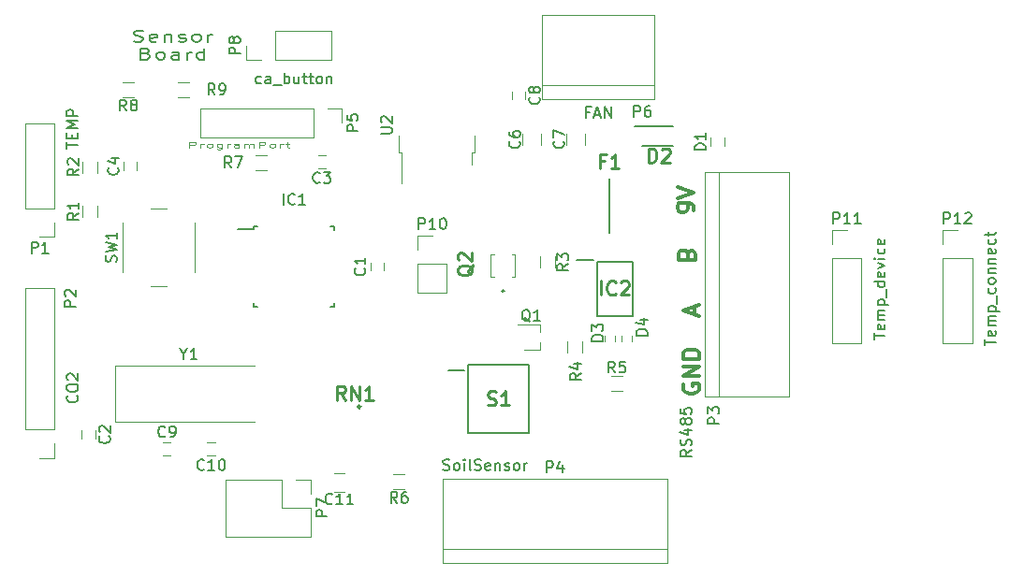
<source format=gto>
G04 #@! TF.FileFunction,Legend,Top*
%FSLAX46Y46*%
G04 Gerber Fmt 4.6, Leading zero omitted, Abs format (unit mm)*
G04 Created by KiCad (PCBNEW 4.0.1-stable) date 2019/02/18 22:31:54*
%MOMM*%
G01*
G04 APERTURE LIST*
%ADD10C,0.100000*%
%ADD11C,0.200000*%
%ADD12C,0.300000*%
%ADD13C,0.120000*%
%ADD14C,0.254000*%
%ADD15C,0.150000*%
%ADD16C,0.125000*%
G04 APERTURE END LIST*
D10*
D11*
X10500000Y47395238D02*
X10714286Y47347619D01*
X11071429Y47347619D01*
X11214286Y47395238D01*
X11285715Y47442857D01*
X11357143Y47538095D01*
X11357143Y47633333D01*
X11285715Y47728571D01*
X11214286Y47776190D01*
X11071429Y47823810D01*
X10785715Y47871429D01*
X10642857Y47919048D01*
X10571429Y47966667D01*
X10500000Y48061905D01*
X10500000Y48157143D01*
X10571429Y48252381D01*
X10642857Y48300000D01*
X10785715Y48347619D01*
X11142857Y48347619D01*
X11357143Y48300000D01*
X12571428Y47395238D02*
X12428571Y47347619D01*
X12142857Y47347619D01*
X12000000Y47395238D01*
X11928571Y47490476D01*
X11928571Y47871429D01*
X12000000Y47966667D01*
X12142857Y48014286D01*
X12428571Y48014286D01*
X12571428Y47966667D01*
X12642857Y47871429D01*
X12642857Y47776190D01*
X11928571Y47680952D01*
X13285714Y48014286D02*
X13285714Y47347619D01*
X13285714Y47919048D02*
X13357142Y47966667D01*
X13500000Y48014286D01*
X13714285Y48014286D01*
X13857142Y47966667D01*
X13928571Y47871429D01*
X13928571Y47347619D01*
X14571428Y47395238D02*
X14714285Y47347619D01*
X15000000Y47347619D01*
X15142857Y47395238D01*
X15214285Y47490476D01*
X15214285Y47538095D01*
X15142857Y47633333D01*
X15000000Y47680952D01*
X14785714Y47680952D01*
X14642857Y47728571D01*
X14571428Y47823810D01*
X14571428Y47871429D01*
X14642857Y47966667D01*
X14785714Y48014286D01*
X15000000Y48014286D01*
X15142857Y47966667D01*
X16071429Y47347619D02*
X15928571Y47395238D01*
X15857143Y47442857D01*
X15785714Y47538095D01*
X15785714Y47823810D01*
X15857143Y47919048D01*
X15928571Y47966667D01*
X16071429Y48014286D01*
X16285714Y48014286D01*
X16428571Y47966667D01*
X16500000Y47919048D01*
X16571429Y47823810D01*
X16571429Y47538095D01*
X16500000Y47442857D01*
X16428571Y47395238D01*
X16285714Y47347619D01*
X16071429Y47347619D01*
X17214286Y47347619D02*
X17214286Y48014286D01*
X17214286Y47823810D02*
X17285714Y47919048D01*
X17357143Y47966667D01*
X17500000Y48014286D01*
X17642857Y48014286D01*
X11607143Y46271429D02*
X11821429Y46223810D01*
X11892857Y46176190D01*
X11964286Y46080952D01*
X11964286Y45938095D01*
X11892857Y45842857D01*
X11821429Y45795238D01*
X11678571Y45747619D01*
X11107143Y45747619D01*
X11107143Y46747619D01*
X11607143Y46747619D01*
X11750000Y46700000D01*
X11821429Y46652381D01*
X11892857Y46557143D01*
X11892857Y46461905D01*
X11821429Y46366667D01*
X11750000Y46319048D01*
X11607143Y46271429D01*
X11107143Y46271429D01*
X12821429Y45747619D02*
X12678571Y45795238D01*
X12607143Y45842857D01*
X12535714Y45938095D01*
X12535714Y46223810D01*
X12607143Y46319048D01*
X12678571Y46366667D01*
X12821429Y46414286D01*
X13035714Y46414286D01*
X13178571Y46366667D01*
X13250000Y46319048D01*
X13321429Y46223810D01*
X13321429Y45938095D01*
X13250000Y45842857D01*
X13178571Y45795238D01*
X13035714Y45747619D01*
X12821429Y45747619D01*
X14607143Y45747619D02*
X14607143Y46271429D01*
X14535714Y46366667D01*
X14392857Y46414286D01*
X14107143Y46414286D01*
X13964286Y46366667D01*
X14607143Y45795238D02*
X14464286Y45747619D01*
X14107143Y45747619D01*
X13964286Y45795238D01*
X13892857Y45890476D01*
X13892857Y45985714D01*
X13964286Y46080952D01*
X14107143Y46128571D01*
X14464286Y46128571D01*
X14607143Y46176190D01*
X15321429Y45747619D02*
X15321429Y46414286D01*
X15321429Y46223810D02*
X15392857Y46319048D01*
X15464286Y46366667D01*
X15607143Y46414286D01*
X15750000Y46414286D01*
X16892857Y45747619D02*
X16892857Y46747619D01*
X16892857Y45795238D02*
X16750000Y45747619D01*
X16464286Y45747619D01*
X16321428Y45795238D01*
X16250000Y45842857D01*
X16178571Y45938095D01*
X16178571Y46223810D01*
X16250000Y46319048D01*
X16321428Y46366667D01*
X16464286Y46414286D01*
X16750000Y46414286D01*
X16892857Y46366667D01*
D12*
X61178571Y32071429D02*
X61178571Y32357144D01*
X61107143Y32500001D01*
X61035714Y32571429D01*
X60821429Y32714287D01*
X60535714Y32785715D01*
X59964286Y32785715D01*
X59821429Y32714287D01*
X59750000Y32642858D01*
X59678571Y32500001D01*
X59678571Y32214287D01*
X59750000Y32071429D01*
X59821429Y32000001D01*
X59964286Y31928572D01*
X60321429Y31928572D01*
X60464286Y32000001D01*
X60535714Y32071429D01*
X60607143Y32214287D01*
X60607143Y32500001D01*
X60535714Y32642858D01*
X60464286Y32714287D01*
X60321429Y32785715D01*
X59678571Y33214286D02*
X61178571Y33714286D01*
X59678571Y34214286D01*
X60607143Y28107143D02*
X60535714Y28321429D01*
X60464286Y28392857D01*
X60321429Y28464286D01*
X60107143Y28464286D01*
X59964286Y28392857D01*
X59892857Y28321429D01*
X59821429Y28178571D01*
X59821429Y27607143D01*
X61321429Y27607143D01*
X61321429Y28107143D01*
X61250000Y28250000D01*
X61178571Y28321429D01*
X61035714Y28392857D01*
X60892857Y28392857D01*
X60750000Y28321429D01*
X60678571Y28250000D01*
X60607143Y28107143D01*
X60607143Y27607143D01*
X61250000Y22642857D02*
X61250000Y23357143D01*
X61678571Y22500000D02*
X60178571Y23000000D01*
X61678571Y23500000D01*
X60250000Y16357143D02*
X60178571Y16214286D01*
X60178571Y16000000D01*
X60250000Y15785715D01*
X60392857Y15642857D01*
X60535714Y15571429D01*
X60821429Y15500000D01*
X61035714Y15500000D01*
X61321429Y15571429D01*
X61464286Y15642857D01*
X61607143Y15785715D01*
X61678571Y16000000D01*
X61678571Y16142857D01*
X61607143Y16357143D01*
X61535714Y16428572D01*
X61035714Y16428572D01*
X61035714Y16142857D01*
X61678571Y17071429D02*
X60178571Y17071429D01*
X61678571Y17928572D01*
X60178571Y17928572D01*
X61678571Y18642858D02*
X60178571Y18642858D01*
X60178571Y19000001D01*
X60250000Y19214286D01*
X60392857Y19357144D01*
X60535714Y19428572D01*
X60821429Y19500001D01*
X61035714Y19500001D01*
X61321429Y19428572D01*
X61464286Y19357144D01*
X61607143Y19214286D01*
X61678571Y19000001D01*
X61678571Y18642858D01*
D13*
X33100000Y27350000D02*
X33100000Y26650000D01*
X31900000Y26650000D02*
X31900000Y27350000D01*
X5800000Y11450000D02*
X5800000Y12150000D01*
X7000000Y12150000D02*
X7000000Y11450000D01*
X27150000Y37100000D02*
X27850000Y37100000D01*
X27850000Y35900000D02*
X27150000Y35900000D01*
X10800000Y36450000D02*
X10800000Y35750000D01*
X9600000Y35750000D02*
X9600000Y36450000D01*
X45650000Y39000000D02*
X45650000Y38000000D01*
X47350000Y38000000D02*
X47350000Y39000000D01*
X49650000Y39000000D02*
X49650000Y38000000D01*
X51350000Y38000000D02*
X51350000Y39000000D01*
X44700000Y42150000D02*
X44700000Y42850000D01*
X45900000Y42850000D02*
X45900000Y42150000D01*
X13850000Y9900000D02*
X13150000Y9900000D01*
X13150000Y11100000D02*
X13850000Y11100000D01*
X17150000Y11100000D02*
X17850000Y11100000D01*
X17850000Y9900000D02*
X17150000Y9900000D01*
X28600000Y6550000D02*
X29600000Y6550000D01*
X29600000Y8250000D02*
X28600000Y8250000D01*
X63900000Y38650000D02*
X63900000Y37950000D01*
X62700000Y37950000D02*
X62700000Y38650000D01*
D11*
X55790000Y39700000D02*
X59300000Y39700000D01*
X56500000Y37900000D02*
X59300000Y37900000D01*
D13*
X54070000Y20250000D02*
X54070000Y20750000D01*
X53130000Y20750000D02*
X53130000Y20250000D01*
X55570000Y20250000D02*
X55570000Y20750000D01*
X54630000Y20750000D02*
X54630000Y20250000D01*
D11*
X53500000Y30040000D02*
X53500000Y34960000D01*
X52400000Y27450000D02*
X55600000Y27450000D01*
X55600000Y27450000D02*
X55600000Y22550000D01*
X55600000Y22550000D02*
X52400000Y22550000D01*
X52400000Y22550000D02*
X52400000Y27450000D01*
X50525000Y27580000D02*
X52050000Y27580000D01*
D13*
X3330000Y39950000D02*
X670000Y39950000D01*
X3330000Y32270000D02*
X3330000Y39950000D01*
X670000Y32270000D02*
X670000Y39950000D01*
X3330000Y32270000D02*
X670000Y32270000D01*
X3330000Y31000000D02*
X3330000Y29670000D01*
X3330000Y29670000D02*
X2000000Y29670000D01*
X3330000Y25030000D02*
X670000Y25030000D01*
X3330000Y12270000D02*
X3330000Y25030000D01*
X670000Y12270000D02*
X670000Y25030000D01*
X3330000Y12270000D02*
X670000Y12270000D01*
X3330000Y11000000D02*
X3330000Y9670000D01*
X3330000Y9670000D02*
X2000000Y9670000D01*
X69810000Y35540000D02*
X62190000Y35540000D01*
X62190000Y15220000D02*
X69810000Y15220000D01*
X63460000Y15220000D02*
X63460000Y35540000D01*
X69810000Y35540000D02*
X69810000Y15220000D01*
X62190000Y35540000D02*
X62190000Y15220000D01*
X38460000Y7810000D02*
X38460000Y190000D01*
X58780000Y190000D02*
X58780000Y7810000D01*
X58780000Y1460000D02*
X38460000Y1460000D01*
X38460000Y7810000D02*
X58780000Y7810000D01*
X38460000Y190000D02*
X58780000Y190000D01*
X16510000Y41330000D02*
X16510000Y38670000D01*
X26730000Y41330000D02*
X16510000Y41330000D01*
X26730000Y38670000D02*
X16510000Y38670000D01*
X26730000Y41330000D02*
X26730000Y38670000D01*
X28000000Y41330000D02*
X29330000Y41330000D01*
X29330000Y41330000D02*
X29330000Y40000000D01*
X57620000Y43460000D02*
X47460000Y43460000D01*
X57620000Y42190000D02*
X57620000Y49810000D01*
X57620000Y49810000D02*
X47460000Y49810000D01*
X47460000Y49810000D02*
X47460000Y42190000D01*
X47460000Y42190000D02*
X57620000Y42190000D01*
X36170000Y24630000D02*
X38830000Y24630000D01*
X36170000Y27230000D02*
X36170000Y24630000D01*
X38830000Y27230000D02*
X38830000Y24630000D01*
X36170000Y27230000D02*
X38830000Y27230000D01*
X36170000Y28500000D02*
X36170000Y29830000D01*
X36170000Y29830000D02*
X37500000Y29830000D01*
X47230000Y20100000D02*
X47230000Y19440000D01*
X47230000Y21760000D02*
X47230000Y21100000D01*
X47230000Y21760000D02*
X45200000Y21760000D01*
X45820000Y19440000D02*
X47230000Y19440000D01*
X7180000Y32500000D02*
X7180000Y31500000D01*
X5820000Y31500000D02*
X5820000Y32500000D01*
X7180000Y36500000D02*
X7180000Y35500000D01*
X5820000Y35500000D02*
X5820000Y36500000D01*
X47220000Y26900000D02*
X47220000Y27900000D01*
X48580000Y27900000D02*
X48580000Y26900000D01*
X49720000Y19200000D02*
X49720000Y20200000D01*
X51080000Y20200000D02*
X51080000Y19200000D01*
X54700000Y15720000D02*
X53700000Y15720000D01*
X53700000Y17080000D02*
X54700000Y17080000D01*
X34000000Y8180000D02*
X35000000Y8180000D01*
X35000000Y6820000D02*
X34000000Y6820000D01*
X22500000Y35720000D02*
X21500000Y35720000D01*
X21500000Y37080000D02*
X22500000Y37080000D01*
D14*
X31025000Y14300000D02*
G75*
G03X31025000Y14300000I-125000J0D01*
G01*
D11*
X40750000Y18105000D02*
X46250000Y18105000D01*
X46250000Y18105000D02*
X46250000Y11895000D01*
X46250000Y11895000D02*
X40750000Y11895000D01*
X40750000Y11895000D02*
X40750000Y18105000D01*
X38975000Y17630000D02*
X40400000Y17630000D01*
D13*
X16000000Y26500000D02*
X16000000Y31000000D01*
X12000000Y25250000D02*
X13500000Y25250000D01*
X9500000Y31000000D02*
X9500000Y26500000D01*
X13500000Y32250000D02*
X12000000Y32250000D01*
X21400000Y18050000D02*
X8800000Y18050000D01*
X8800000Y18050000D02*
X8800000Y12950000D01*
X8800000Y12950000D02*
X21400000Y12950000D01*
D15*
X21375000Y30625000D02*
X21375000Y30400000D01*
X28625000Y30625000D02*
X28625000Y30300000D01*
X28625000Y23375000D02*
X28625000Y23700000D01*
X21375000Y23375000D02*
X21375000Y23700000D01*
X21375000Y30625000D02*
X21700000Y30625000D01*
X21375000Y23375000D02*
X21700000Y23375000D01*
X28625000Y23375000D02*
X28300000Y23375000D01*
X28625000Y30625000D02*
X28300000Y30625000D01*
X21375000Y30400000D02*
X19950000Y30400000D01*
D13*
X34450000Y38830000D02*
X34450000Y37330000D01*
X34450000Y37330000D02*
X34720000Y37330000D01*
X34720000Y37330000D02*
X34720000Y34500000D01*
X41350000Y38830000D02*
X41350000Y37330000D01*
X41350000Y37330000D02*
X41080000Y37330000D01*
X41080000Y37330000D02*
X41080000Y36230000D01*
D10*
X43100000Y26070000D02*
X42800000Y26070000D01*
X42800000Y26070000D02*
X42800000Y28070000D01*
X42800000Y28070000D02*
X43100000Y28070000D01*
X44700000Y26070000D02*
X45000000Y26070000D01*
X45000000Y26070000D02*
X45000000Y28070000D01*
X45000000Y28070000D02*
X44700000Y28070000D01*
D11*
X43800000Y24770000D02*
X43800000Y24770000D01*
X44000000Y24770000D02*
X44000000Y24770000D01*
X44000000Y24770000D02*
G75*
G02X43800000Y24770000I-100000J0D01*
G01*
X43800000Y24770000D02*
G75*
G02X44000000Y24770000I100000J0D01*
G01*
D13*
X73670000Y20050000D02*
X76330000Y20050000D01*
X73670000Y27730000D02*
X73670000Y20050000D01*
X76330000Y27730000D02*
X76330000Y20050000D01*
X73670000Y27730000D02*
X76330000Y27730000D01*
X73670000Y29000000D02*
X73670000Y30330000D01*
X73670000Y30330000D02*
X75000000Y30330000D01*
X83670000Y20050000D02*
X86330000Y20050000D01*
X83670000Y27730000D02*
X83670000Y20050000D01*
X86330000Y27730000D02*
X86330000Y20050000D01*
X83670000Y27730000D02*
X86330000Y27730000D01*
X83670000Y29000000D02*
X83670000Y30330000D01*
X83670000Y30330000D02*
X85000000Y30330000D01*
X18790000Y7730000D02*
X18790000Y2530000D01*
X23930000Y7730000D02*
X18790000Y7730000D01*
X26530000Y2530000D02*
X18790000Y2530000D01*
X23930000Y7730000D02*
X23930000Y5130000D01*
X23930000Y5130000D02*
X26530000Y5130000D01*
X26530000Y5130000D02*
X26530000Y2530000D01*
X25200000Y7730000D02*
X26530000Y7730000D01*
X26530000Y7730000D02*
X26530000Y6400000D01*
X28410000Y45670000D02*
X28410000Y48330000D01*
X23270000Y45670000D02*
X28410000Y45670000D01*
X23270000Y48330000D02*
X28410000Y48330000D01*
X23270000Y45670000D02*
X23270000Y48330000D01*
X22000000Y45670000D02*
X20670000Y45670000D01*
X20670000Y45670000D02*
X20670000Y47000000D01*
X9500000Y43680000D02*
X10500000Y43680000D01*
X10500000Y42320000D02*
X9500000Y42320000D01*
X15500000Y42320000D02*
X14500000Y42320000D01*
X14500000Y43680000D02*
X15500000Y43680000D01*
D15*
X31357143Y26833334D02*
X31404762Y26785715D01*
X31452381Y26642858D01*
X31452381Y26547620D01*
X31404762Y26404762D01*
X31309524Y26309524D01*
X31214286Y26261905D01*
X31023810Y26214286D01*
X30880952Y26214286D01*
X30690476Y26261905D01*
X30595238Y26309524D01*
X30500000Y26404762D01*
X30452381Y26547620D01*
X30452381Y26642858D01*
X30500000Y26785715D01*
X30547619Y26833334D01*
X31452381Y27785715D02*
X31452381Y27214286D01*
X31452381Y27500000D02*
X30452381Y27500000D01*
X30595238Y27404762D01*
X30690476Y27309524D01*
X30738095Y27214286D01*
X8257143Y11633334D02*
X8304762Y11585715D01*
X8352381Y11442858D01*
X8352381Y11347620D01*
X8304762Y11204762D01*
X8209524Y11109524D01*
X8114286Y11061905D01*
X7923810Y11014286D01*
X7780952Y11014286D01*
X7590476Y11061905D01*
X7495238Y11109524D01*
X7400000Y11204762D01*
X7352381Y11347620D01*
X7352381Y11442858D01*
X7400000Y11585715D01*
X7447619Y11633334D01*
X7447619Y12014286D02*
X7400000Y12061905D01*
X7352381Y12157143D01*
X7352381Y12395239D01*
X7400000Y12490477D01*
X7447619Y12538096D01*
X7542857Y12585715D01*
X7638095Y12585715D01*
X7780952Y12538096D01*
X8352381Y11966667D01*
X8352381Y12585715D01*
X27333334Y34642857D02*
X27285715Y34595238D01*
X27142858Y34547619D01*
X27047620Y34547619D01*
X26904762Y34595238D01*
X26809524Y34690476D01*
X26761905Y34785714D01*
X26714286Y34976190D01*
X26714286Y35119048D01*
X26761905Y35309524D01*
X26809524Y35404762D01*
X26904762Y35500000D01*
X27047620Y35547619D01*
X27142858Y35547619D01*
X27285715Y35500000D01*
X27333334Y35452381D01*
X27666667Y35547619D02*
X28285715Y35547619D01*
X27952381Y35166667D01*
X28095239Y35166667D01*
X28190477Y35119048D01*
X28238096Y35071429D01*
X28285715Y34976190D01*
X28285715Y34738095D01*
X28238096Y34642857D01*
X28190477Y34595238D01*
X28095239Y34547619D01*
X27809524Y34547619D01*
X27714286Y34595238D01*
X27666667Y34642857D01*
X9057143Y35933334D02*
X9104762Y35885715D01*
X9152381Y35742858D01*
X9152381Y35647620D01*
X9104762Y35504762D01*
X9009524Y35409524D01*
X8914286Y35361905D01*
X8723810Y35314286D01*
X8580952Y35314286D01*
X8390476Y35361905D01*
X8295238Y35409524D01*
X8200000Y35504762D01*
X8152381Y35647620D01*
X8152381Y35742858D01*
X8200000Y35885715D01*
X8247619Y35933334D01*
X8485714Y36790477D02*
X9152381Y36790477D01*
X8104762Y36552381D02*
X8819048Y36314286D01*
X8819048Y36933334D01*
X45357143Y38333334D02*
X45404762Y38285715D01*
X45452381Y38142858D01*
X45452381Y38047620D01*
X45404762Y37904762D01*
X45309524Y37809524D01*
X45214286Y37761905D01*
X45023810Y37714286D01*
X44880952Y37714286D01*
X44690476Y37761905D01*
X44595238Y37809524D01*
X44500000Y37904762D01*
X44452381Y38047620D01*
X44452381Y38142858D01*
X44500000Y38285715D01*
X44547619Y38333334D01*
X44452381Y39190477D02*
X44452381Y39000000D01*
X44500000Y38904762D01*
X44547619Y38857143D01*
X44690476Y38761905D01*
X44880952Y38714286D01*
X45261905Y38714286D01*
X45357143Y38761905D01*
X45404762Y38809524D01*
X45452381Y38904762D01*
X45452381Y39095239D01*
X45404762Y39190477D01*
X45357143Y39238096D01*
X45261905Y39285715D01*
X45023810Y39285715D01*
X44928571Y39238096D01*
X44880952Y39190477D01*
X44833333Y39095239D01*
X44833333Y38904762D01*
X44880952Y38809524D01*
X44928571Y38761905D01*
X45023810Y38714286D01*
X49357143Y38333334D02*
X49404762Y38285715D01*
X49452381Y38142858D01*
X49452381Y38047620D01*
X49404762Y37904762D01*
X49309524Y37809524D01*
X49214286Y37761905D01*
X49023810Y37714286D01*
X48880952Y37714286D01*
X48690476Y37761905D01*
X48595238Y37809524D01*
X48500000Y37904762D01*
X48452381Y38047620D01*
X48452381Y38142858D01*
X48500000Y38285715D01*
X48547619Y38333334D01*
X48452381Y38666667D02*
X48452381Y39333334D01*
X49452381Y38904762D01*
X47157143Y42333334D02*
X47204762Y42285715D01*
X47252381Y42142858D01*
X47252381Y42047620D01*
X47204762Y41904762D01*
X47109524Y41809524D01*
X47014286Y41761905D01*
X46823810Y41714286D01*
X46680952Y41714286D01*
X46490476Y41761905D01*
X46395238Y41809524D01*
X46300000Y41904762D01*
X46252381Y42047620D01*
X46252381Y42142858D01*
X46300000Y42285715D01*
X46347619Y42333334D01*
X46680952Y42904762D02*
X46633333Y42809524D01*
X46585714Y42761905D01*
X46490476Y42714286D01*
X46442857Y42714286D01*
X46347619Y42761905D01*
X46300000Y42809524D01*
X46252381Y42904762D01*
X46252381Y43095239D01*
X46300000Y43190477D01*
X46347619Y43238096D01*
X46442857Y43285715D01*
X46490476Y43285715D01*
X46585714Y43238096D01*
X46633333Y43190477D01*
X46680952Y43095239D01*
X46680952Y42904762D01*
X46728571Y42809524D01*
X46776190Y42761905D01*
X46871429Y42714286D01*
X47061905Y42714286D01*
X47157143Y42761905D01*
X47204762Y42809524D01*
X47252381Y42904762D01*
X47252381Y43095239D01*
X47204762Y43190477D01*
X47157143Y43238096D01*
X47061905Y43285715D01*
X46871429Y43285715D01*
X46776190Y43238096D01*
X46728571Y43190477D01*
X46680952Y43095239D01*
X13333334Y11642857D02*
X13285715Y11595238D01*
X13142858Y11547619D01*
X13047620Y11547619D01*
X12904762Y11595238D01*
X12809524Y11690476D01*
X12761905Y11785714D01*
X12714286Y11976190D01*
X12714286Y12119048D01*
X12761905Y12309524D01*
X12809524Y12404762D01*
X12904762Y12500000D01*
X13047620Y12547619D01*
X13142858Y12547619D01*
X13285715Y12500000D01*
X13333334Y12452381D01*
X13809524Y11547619D02*
X14000000Y11547619D01*
X14095239Y11595238D01*
X14142858Y11642857D01*
X14238096Y11785714D01*
X14285715Y11976190D01*
X14285715Y12357143D01*
X14238096Y12452381D01*
X14190477Y12500000D01*
X14095239Y12547619D01*
X13904762Y12547619D01*
X13809524Y12500000D01*
X13761905Y12452381D01*
X13714286Y12357143D01*
X13714286Y12119048D01*
X13761905Y12023810D01*
X13809524Y11976190D01*
X13904762Y11928571D01*
X14095239Y11928571D01*
X14190477Y11976190D01*
X14238096Y12023810D01*
X14285715Y12119048D01*
X16857143Y8642857D02*
X16809524Y8595238D01*
X16666667Y8547619D01*
X16571429Y8547619D01*
X16428571Y8595238D01*
X16333333Y8690476D01*
X16285714Y8785714D01*
X16238095Y8976190D01*
X16238095Y9119048D01*
X16285714Y9309524D01*
X16333333Y9404762D01*
X16428571Y9500000D01*
X16571429Y9547619D01*
X16666667Y9547619D01*
X16809524Y9500000D01*
X16857143Y9452381D01*
X17809524Y8547619D02*
X17238095Y8547619D01*
X17523809Y8547619D02*
X17523809Y9547619D01*
X17428571Y9404762D01*
X17333333Y9309524D01*
X17238095Y9261905D01*
X18428571Y9547619D02*
X18523810Y9547619D01*
X18619048Y9500000D01*
X18666667Y9452381D01*
X18714286Y9357143D01*
X18761905Y9166667D01*
X18761905Y8928571D01*
X18714286Y8738095D01*
X18666667Y8642857D01*
X18619048Y8595238D01*
X18523810Y8547619D01*
X18428571Y8547619D01*
X18333333Y8595238D01*
X18285714Y8642857D01*
X18238095Y8738095D01*
X18190476Y8928571D01*
X18190476Y9166667D01*
X18238095Y9357143D01*
X18285714Y9452381D01*
X18333333Y9500000D01*
X18428571Y9547619D01*
X28457143Y5542857D02*
X28409524Y5495238D01*
X28266667Y5447619D01*
X28171429Y5447619D01*
X28028571Y5495238D01*
X27933333Y5590476D01*
X27885714Y5685714D01*
X27838095Y5876190D01*
X27838095Y6019048D01*
X27885714Y6209524D01*
X27933333Y6304762D01*
X28028571Y6400000D01*
X28171429Y6447619D01*
X28266667Y6447619D01*
X28409524Y6400000D01*
X28457143Y6352381D01*
X29409524Y5447619D02*
X28838095Y5447619D01*
X29123809Y5447619D02*
X29123809Y6447619D01*
X29028571Y6304762D01*
X28933333Y6209524D01*
X28838095Y6161905D01*
X30361905Y5447619D02*
X29790476Y5447619D01*
X30076190Y5447619D02*
X30076190Y6447619D01*
X29980952Y6304762D01*
X29885714Y6209524D01*
X29790476Y6161905D01*
X62252381Y37561905D02*
X61252381Y37561905D01*
X61252381Y37800000D01*
X61300000Y37942858D01*
X61395238Y38038096D01*
X61490476Y38085715D01*
X61680952Y38133334D01*
X61823810Y38133334D01*
X62014286Y38085715D01*
X62109524Y38038096D01*
X62204762Y37942858D01*
X62252381Y37800000D01*
X62252381Y37561905D01*
X62252381Y39085715D02*
X62252381Y38514286D01*
X62252381Y38800000D02*
X61252381Y38800000D01*
X61395238Y38704762D01*
X61490476Y38609524D01*
X61538095Y38514286D01*
D14*
X57062619Y36425476D02*
X57062619Y37695476D01*
X57365000Y37695476D01*
X57546428Y37635000D01*
X57667381Y37514048D01*
X57727857Y37393095D01*
X57788333Y37151190D01*
X57788333Y36969762D01*
X57727857Y36727857D01*
X57667381Y36606905D01*
X57546428Y36485952D01*
X57365000Y36425476D01*
X57062619Y36425476D01*
X58272143Y37574524D02*
X58332619Y37635000D01*
X58453571Y37695476D01*
X58755952Y37695476D01*
X58876905Y37635000D01*
X58937381Y37574524D01*
X58997857Y37453571D01*
X58997857Y37332619D01*
X58937381Y37151190D01*
X58211667Y36425476D01*
X58997857Y36425476D01*
D15*
X52952381Y20261905D02*
X51952381Y20261905D01*
X51952381Y20500000D01*
X52000000Y20642858D01*
X52095238Y20738096D01*
X52190476Y20785715D01*
X52380952Y20833334D01*
X52523810Y20833334D01*
X52714286Y20785715D01*
X52809524Y20738096D01*
X52904762Y20642858D01*
X52952381Y20500000D01*
X52952381Y20261905D01*
X51952381Y21166667D02*
X51952381Y21785715D01*
X52333333Y21452381D01*
X52333333Y21595239D01*
X52380952Y21690477D01*
X52428571Y21738096D01*
X52523810Y21785715D01*
X52761905Y21785715D01*
X52857143Y21738096D01*
X52904762Y21690477D01*
X52952381Y21595239D01*
X52952381Y21309524D01*
X52904762Y21214286D01*
X52857143Y21166667D01*
X56952381Y20761905D02*
X55952381Y20761905D01*
X55952381Y21000000D01*
X56000000Y21142858D01*
X56095238Y21238096D01*
X56190476Y21285715D01*
X56380952Y21333334D01*
X56523810Y21333334D01*
X56714286Y21285715D01*
X56809524Y21238096D01*
X56904762Y21142858D01*
X56952381Y21000000D01*
X56952381Y20761905D01*
X56285714Y22190477D02*
X56952381Y22190477D01*
X55904762Y21952381D02*
X56619048Y21714286D01*
X56619048Y22333334D01*
D14*
X53076667Y36590714D02*
X52653334Y36590714D01*
X52653334Y35925476D02*
X52653334Y37195476D01*
X53258096Y37195476D01*
X54407143Y35925476D02*
X53681429Y35925476D01*
X54044286Y35925476D02*
X54044286Y37195476D01*
X53923334Y37014048D01*
X53802381Y36893095D01*
X53681429Y36832619D01*
X52760238Y24425476D02*
X52760238Y25695476D01*
X54090714Y24546429D02*
X54030238Y24485952D01*
X53848809Y24425476D01*
X53727857Y24425476D01*
X53546429Y24485952D01*
X53425476Y24606905D01*
X53365000Y24727857D01*
X53304524Y24969762D01*
X53304524Y25151190D01*
X53365000Y25393095D01*
X53425476Y25514048D01*
X53546429Y25635000D01*
X53727857Y25695476D01*
X53848809Y25695476D01*
X54030238Y25635000D01*
X54090714Y25574524D01*
X54574524Y25574524D02*
X54635000Y25635000D01*
X54755952Y25695476D01*
X55058333Y25695476D01*
X55179286Y25635000D01*
X55239762Y25574524D01*
X55300238Y25453571D01*
X55300238Y25332619D01*
X55239762Y25151190D01*
X54514048Y24425476D01*
X55300238Y24425476D01*
D15*
X1261905Y28217619D02*
X1261905Y29217619D01*
X1642858Y29217619D01*
X1738096Y29170000D01*
X1785715Y29122381D01*
X1833334Y29027143D01*
X1833334Y28884286D01*
X1785715Y28789048D01*
X1738096Y28741429D01*
X1642858Y28693810D01*
X1261905Y28693810D01*
X2785715Y28217619D02*
X2214286Y28217619D01*
X2500000Y28217619D02*
X2500000Y29217619D01*
X2404762Y29074762D01*
X2309524Y28979524D01*
X2214286Y28931905D01*
X4452381Y37690476D02*
X4452381Y38261905D01*
X5452381Y37976190D02*
X4452381Y37976190D01*
X4928571Y38595238D02*
X4928571Y38928572D01*
X5452381Y39071429D02*
X5452381Y38595238D01*
X4452381Y38595238D01*
X4452381Y39071429D01*
X5452381Y39500000D02*
X4452381Y39500000D01*
X5166667Y39833334D01*
X4452381Y40166667D01*
X5452381Y40166667D01*
X5452381Y40642857D02*
X4452381Y40642857D01*
X4452381Y41023810D01*
X4500000Y41119048D01*
X4547619Y41166667D01*
X4642857Y41214286D01*
X4785714Y41214286D01*
X4880952Y41166667D01*
X4928571Y41119048D01*
X4976190Y41023810D01*
X4976190Y40642857D01*
X5252381Y23361905D02*
X4252381Y23361905D01*
X4252381Y23742858D01*
X4300000Y23838096D01*
X4347619Y23885715D01*
X4442857Y23933334D01*
X4585714Y23933334D01*
X4680952Y23885715D01*
X4728571Y23838096D01*
X4776190Y23742858D01*
X4776190Y23361905D01*
X4347619Y24314286D02*
X4300000Y24361905D01*
X4252381Y24457143D01*
X4252381Y24695239D01*
X4300000Y24790477D01*
X4347619Y24838096D01*
X4442857Y24885715D01*
X4538095Y24885715D01*
X4680952Y24838096D01*
X5252381Y24266667D01*
X5252381Y24885715D01*
X5357143Y15309524D02*
X5404762Y15261905D01*
X5452381Y15119048D01*
X5452381Y15023810D01*
X5404762Y14880952D01*
X5309524Y14785714D01*
X5214286Y14738095D01*
X5023810Y14690476D01*
X4880952Y14690476D01*
X4690476Y14738095D01*
X4595238Y14785714D01*
X4500000Y14880952D01*
X4452381Y15023810D01*
X4452381Y15119048D01*
X4500000Y15261905D01*
X4547619Y15309524D01*
X4452381Y15928571D02*
X4452381Y16119048D01*
X4500000Y16214286D01*
X4595238Y16309524D01*
X4785714Y16357143D01*
X5119048Y16357143D01*
X5309524Y16309524D01*
X5404762Y16214286D01*
X5452381Y16119048D01*
X5452381Y15928571D01*
X5404762Y15833333D01*
X5309524Y15738095D01*
X5119048Y15690476D01*
X4785714Y15690476D01*
X4595238Y15738095D01*
X4500000Y15833333D01*
X4452381Y15928571D01*
X4547619Y16738095D02*
X4500000Y16785714D01*
X4452381Y16880952D01*
X4452381Y17119048D01*
X4500000Y17214286D01*
X4547619Y17261905D01*
X4642857Y17309524D01*
X4738095Y17309524D01*
X4880952Y17261905D01*
X5452381Y16690476D01*
X5452381Y17309524D01*
X63452381Y12761905D02*
X62452381Y12761905D01*
X62452381Y13142858D01*
X62500000Y13238096D01*
X62547619Y13285715D01*
X62642857Y13333334D01*
X62785714Y13333334D01*
X62880952Y13285715D01*
X62928571Y13238096D01*
X62976190Y13142858D01*
X62976190Y12761905D01*
X62452381Y13666667D02*
X62452381Y14285715D01*
X62833333Y13952381D01*
X62833333Y14095239D01*
X62880952Y14190477D01*
X62928571Y14238096D01*
X63023810Y14285715D01*
X63261905Y14285715D01*
X63357143Y14238096D01*
X63404762Y14190477D01*
X63452381Y14095239D01*
X63452381Y13809524D01*
X63404762Y13714286D01*
X63357143Y13666667D01*
X60952381Y10404762D02*
X60476190Y10071428D01*
X60952381Y9833333D02*
X59952381Y9833333D01*
X59952381Y10214286D01*
X60000000Y10309524D01*
X60047619Y10357143D01*
X60142857Y10404762D01*
X60285714Y10404762D01*
X60380952Y10357143D01*
X60428571Y10309524D01*
X60476190Y10214286D01*
X60476190Y9833333D01*
X60904762Y10785714D02*
X60952381Y10928571D01*
X60952381Y11166667D01*
X60904762Y11261905D01*
X60857143Y11309524D01*
X60761905Y11357143D01*
X60666667Y11357143D01*
X60571429Y11309524D01*
X60523810Y11261905D01*
X60476190Y11166667D01*
X60428571Y10976190D01*
X60380952Y10880952D01*
X60333333Y10833333D01*
X60238095Y10785714D01*
X60142857Y10785714D01*
X60047619Y10833333D01*
X60000000Y10880952D01*
X59952381Y10976190D01*
X59952381Y11214286D01*
X60000000Y11357143D01*
X60285714Y12214286D02*
X60952381Y12214286D01*
X59904762Y11976190D02*
X60619048Y11738095D01*
X60619048Y12357143D01*
X60380952Y12880952D02*
X60333333Y12785714D01*
X60285714Y12738095D01*
X60190476Y12690476D01*
X60142857Y12690476D01*
X60047619Y12738095D01*
X60000000Y12785714D01*
X59952381Y12880952D01*
X59952381Y13071429D01*
X60000000Y13166667D01*
X60047619Y13214286D01*
X60142857Y13261905D01*
X60190476Y13261905D01*
X60285714Y13214286D01*
X60333333Y13166667D01*
X60380952Y13071429D01*
X60380952Y12880952D01*
X60428571Y12785714D01*
X60476190Y12738095D01*
X60571429Y12690476D01*
X60761905Y12690476D01*
X60857143Y12738095D01*
X60904762Y12785714D01*
X60952381Y12880952D01*
X60952381Y13071429D01*
X60904762Y13166667D01*
X60857143Y13214286D01*
X60761905Y13261905D01*
X60571429Y13261905D01*
X60476190Y13214286D01*
X60428571Y13166667D01*
X60380952Y13071429D01*
X59952381Y14166667D02*
X59952381Y13690476D01*
X60428571Y13642857D01*
X60380952Y13690476D01*
X60333333Y13785714D01*
X60333333Y14023810D01*
X60380952Y14119048D01*
X60428571Y14166667D01*
X60523810Y14214286D01*
X60761905Y14214286D01*
X60857143Y14166667D01*
X60904762Y14119048D01*
X60952381Y14023810D01*
X60952381Y13785714D01*
X60904762Y13690476D01*
X60857143Y13642857D01*
X47861905Y8347619D02*
X47861905Y9347619D01*
X48242858Y9347619D01*
X48338096Y9300000D01*
X48385715Y9252381D01*
X48433334Y9157143D01*
X48433334Y9014286D01*
X48385715Y8919048D01*
X48338096Y8871429D01*
X48242858Y8823810D01*
X47861905Y8823810D01*
X49290477Y9014286D02*
X49290477Y8347619D01*
X49052381Y9395238D02*
X48814286Y8680952D01*
X49433334Y8680952D01*
X38488095Y8595238D02*
X38630952Y8547619D01*
X38869048Y8547619D01*
X38964286Y8595238D01*
X39011905Y8642857D01*
X39059524Y8738095D01*
X39059524Y8833333D01*
X39011905Y8928571D01*
X38964286Y8976190D01*
X38869048Y9023810D01*
X38678571Y9071429D01*
X38583333Y9119048D01*
X38535714Y9166667D01*
X38488095Y9261905D01*
X38488095Y9357143D01*
X38535714Y9452381D01*
X38583333Y9500000D01*
X38678571Y9547619D01*
X38916667Y9547619D01*
X39059524Y9500000D01*
X39630952Y8547619D02*
X39535714Y8595238D01*
X39488095Y8642857D01*
X39440476Y8738095D01*
X39440476Y9023810D01*
X39488095Y9119048D01*
X39535714Y9166667D01*
X39630952Y9214286D01*
X39773810Y9214286D01*
X39869048Y9166667D01*
X39916667Y9119048D01*
X39964286Y9023810D01*
X39964286Y8738095D01*
X39916667Y8642857D01*
X39869048Y8595238D01*
X39773810Y8547619D01*
X39630952Y8547619D01*
X40392857Y8547619D02*
X40392857Y9214286D01*
X40392857Y9547619D02*
X40345238Y9500000D01*
X40392857Y9452381D01*
X40440476Y9500000D01*
X40392857Y9547619D01*
X40392857Y9452381D01*
X41011904Y8547619D02*
X40916666Y8595238D01*
X40869047Y8690476D01*
X40869047Y9547619D01*
X41345238Y8595238D02*
X41488095Y8547619D01*
X41726191Y8547619D01*
X41821429Y8595238D01*
X41869048Y8642857D01*
X41916667Y8738095D01*
X41916667Y8833333D01*
X41869048Y8928571D01*
X41821429Y8976190D01*
X41726191Y9023810D01*
X41535714Y9071429D01*
X41440476Y9119048D01*
X41392857Y9166667D01*
X41345238Y9261905D01*
X41345238Y9357143D01*
X41392857Y9452381D01*
X41440476Y9500000D01*
X41535714Y9547619D01*
X41773810Y9547619D01*
X41916667Y9500000D01*
X42726191Y8595238D02*
X42630953Y8547619D01*
X42440476Y8547619D01*
X42345238Y8595238D01*
X42297619Y8690476D01*
X42297619Y9071429D01*
X42345238Y9166667D01*
X42440476Y9214286D01*
X42630953Y9214286D01*
X42726191Y9166667D01*
X42773810Y9071429D01*
X42773810Y8976190D01*
X42297619Y8880952D01*
X43202381Y9214286D02*
X43202381Y8547619D01*
X43202381Y9119048D02*
X43250000Y9166667D01*
X43345238Y9214286D01*
X43488096Y9214286D01*
X43583334Y9166667D01*
X43630953Y9071429D01*
X43630953Y8547619D01*
X44059524Y8595238D02*
X44154762Y8547619D01*
X44345238Y8547619D01*
X44440477Y8595238D01*
X44488096Y8690476D01*
X44488096Y8738095D01*
X44440477Y8833333D01*
X44345238Y8880952D01*
X44202381Y8880952D01*
X44107143Y8928571D01*
X44059524Y9023810D01*
X44059524Y9071429D01*
X44107143Y9166667D01*
X44202381Y9214286D01*
X44345238Y9214286D01*
X44440477Y9166667D01*
X45059524Y8547619D02*
X44964286Y8595238D01*
X44916667Y8642857D01*
X44869048Y8738095D01*
X44869048Y9023810D01*
X44916667Y9119048D01*
X44964286Y9166667D01*
X45059524Y9214286D01*
X45202382Y9214286D01*
X45297620Y9166667D01*
X45345239Y9119048D01*
X45392858Y9023810D01*
X45392858Y8738095D01*
X45345239Y8642857D01*
X45297620Y8595238D01*
X45202382Y8547619D01*
X45059524Y8547619D01*
X45821429Y8547619D02*
X45821429Y9214286D01*
X45821429Y9023810D02*
X45869048Y9119048D01*
X45916667Y9166667D01*
X46011905Y9214286D01*
X46107144Y9214286D01*
X30782381Y39261905D02*
X29782381Y39261905D01*
X29782381Y39642858D01*
X29830000Y39738096D01*
X29877619Y39785715D01*
X29972857Y39833334D01*
X30115714Y39833334D01*
X30210952Y39785715D01*
X30258571Y39738096D01*
X30306190Y39642858D01*
X30306190Y39261905D01*
X29782381Y40738096D02*
X29782381Y40261905D01*
X30258571Y40214286D01*
X30210952Y40261905D01*
X30163333Y40357143D01*
X30163333Y40595239D01*
X30210952Y40690477D01*
X30258571Y40738096D01*
X30353810Y40785715D01*
X30591905Y40785715D01*
X30687143Y40738096D01*
X30734762Y40690477D01*
X30782381Y40595239D01*
X30782381Y40357143D01*
X30734762Y40261905D01*
X30687143Y40214286D01*
D16*
X15547618Y37773810D02*
X15547618Y38273810D01*
X15928571Y38273810D01*
X16023809Y38250000D01*
X16071428Y38226190D01*
X16119047Y38178571D01*
X16119047Y38107143D01*
X16071428Y38059524D01*
X16023809Y38035714D01*
X15928571Y38011905D01*
X15547618Y38011905D01*
X16547618Y37773810D02*
X16547618Y38107143D01*
X16547618Y38011905D02*
X16595237Y38059524D01*
X16642856Y38083333D01*
X16738094Y38107143D01*
X16833333Y38107143D01*
X17309523Y37773810D02*
X17214285Y37797619D01*
X17166666Y37821429D01*
X17119047Y37869048D01*
X17119047Y38011905D01*
X17166666Y38059524D01*
X17214285Y38083333D01*
X17309523Y38107143D01*
X17452381Y38107143D01*
X17547619Y38083333D01*
X17595238Y38059524D01*
X17642857Y38011905D01*
X17642857Y37869048D01*
X17595238Y37821429D01*
X17547619Y37797619D01*
X17452381Y37773810D01*
X17309523Y37773810D01*
X18500000Y38107143D02*
X18500000Y37702381D01*
X18452381Y37654762D01*
X18404762Y37630952D01*
X18309523Y37607143D01*
X18166666Y37607143D01*
X18071428Y37630952D01*
X18500000Y37797619D02*
X18404762Y37773810D01*
X18214285Y37773810D01*
X18119047Y37797619D01*
X18071428Y37821429D01*
X18023809Y37869048D01*
X18023809Y38011905D01*
X18071428Y38059524D01*
X18119047Y38083333D01*
X18214285Y38107143D01*
X18404762Y38107143D01*
X18500000Y38083333D01*
X18976190Y37773810D02*
X18976190Y38107143D01*
X18976190Y38011905D02*
X19023809Y38059524D01*
X19071428Y38083333D01*
X19166666Y38107143D01*
X19261905Y38107143D01*
X20023810Y37773810D02*
X20023810Y38035714D01*
X19976191Y38083333D01*
X19880953Y38107143D01*
X19690476Y38107143D01*
X19595238Y38083333D01*
X20023810Y37797619D02*
X19928572Y37773810D01*
X19690476Y37773810D01*
X19595238Y37797619D01*
X19547619Y37845238D01*
X19547619Y37892857D01*
X19595238Y37940476D01*
X19690476Y37964286D01*
X19928572Y37964286D01*
X20023810Y37988095D01*
X20500000Y37773810D02*
X20500000Y38107143D01*
X20500000Y38059524D02*
X20547619Y38083333D01*
X20642857Y38107143D01*
X20785715Y38107143D01*
X20880953Y38083333D01*
X20928572Y38035714D01*
X20928572Y37773810D01*
X20928572Y38035714D02*
X20976191Y38083333D01*
X21071429Y38107143D01*
X21214286Y38107143D01*
X21309524Y38083333D01*
X21357143Y38035714D01*
X21357143Y37773810D01*
X21833333Y37773810D02*
X21833333Y38273810D01*
X22214286Y38273810D01*
X22309524Y38250000D01*
X22357143Y38226190D01*
X22404762Y38178571D01*
X22404762Y38107143D01*
X22357143Y38059524D01*
X22309524Y38035714D01*
X22214286Y38011905D01*
X21833333Y38011905D01*
X22976190Y37773810D02*
X22880952Y37797619D01*
X22833333Y37821429D01*
X22785714Y37869048D01*
X22785714Y38011905D01*
X22833333Y38059524D01*
X22880952Y38083333D01*
X22976190Y38107143D01*
X23119048Y38107143D01*
X23214286Y38083333D01*
X23261905Y38059524D01*
X23309524Y38011905D01*
X23309524Y37869048D01*
X23261905Y37821429D01*
X23214286Y37797619D01*
X23119048Y37773810D01*
X22976190Y37773810D01*
X23738095Y37773810D02*
X23738095Y38107143D01*
X23738095Y38011905D02*
X23785714Y38059524D01*
X23833333Y38083333D01*
X23928571Y38107143D01*
X24023810Y38107143D01*
X24214286Y38107143D02*
X24595238Y38107143D01*
X24357143Y38273810D02*
X24357143Y37845238D01*
X24404762Y37797619D01*
X24500000Y37773810D01*
X24595238Y37773810D01*
D15*
X55761905Y40547619D02*
X55761905Y41547619D01*
X56142858Y41547619D01*
X56238096Y41500000D01*
X56285715Y41452381D01*
X56333334Y41357143D01*
X56333334Y41214286D01*
X56285715Y41119048D01*
X56238096Y41071429D01*
X56142858Y41023810D01*
X55761905Y41023810D01*
X57190477Y41547619D02*
X57000000Y41547619D01*
X56904762Y41500000D01*
X56857143Y41452381D01*
X56761905Y41309524D01*
X56714286Y41119048D01*
X56714286Y40738095D01*
X56761905Y40642857D01*
X56809524Y40595238D01*
X56904762Y40547619D01*
X57095239Y40547619D01*
X57190477Y40595238D01*
X57238096Y40642857D01*
X57285715Y40738095D01*
X57285715Y40976190D01*
X57238096Y41071429D01*
X57190477Y41119048D01*
X57095239Y41166667D01*
X56904762Y41166667D01*
X56809524Y41119048D01*
X56761905Y41071429D01*
X56714286Y40976190D01*
X51730477Y40991429D02*
X51397143Y40991429D01*
X51397143Y40467619D02*
X51397143Y41467619D01*
X51873334Y41467619D01*
X52206667Y40753333D02*
X52682858Y40753333D01*
X52111429Y40467619D02*
X52444762Y41467619D01*
X52778096Y40467619D01*
X53111429Y40467619D02*
X53111429Y41467619D01*
X53682858Y40467619D01*
X53682858Y41467619D01*
X36285714Y30377619D02*
X36285714Y31377619D01*
X36666667Y31377619D01*
X36761905Y31330000D01*
X36809524Y31282381D01*
X36857143Y31187143D01*
X36857143Y31044286D01*
X36809524Y30949048D01*
X36761905Y30901429D01*
X36666667Y30853810D01*
X36285714Y30853810D01*
X37809524Y30377619D02*
X37238095Y30377619D01*
X37523809Y30377619D02*
X37523809Y31377619D01*
X37428571Y31234762D01*
X37333333Y31139524D01*
X37238095Y31091905D01*
X38428571Y31377619D02*
X38523810Y31377619D01*
X38619048Y31330000D01*
X38666667Y31282381D01*
X38714286Y31187143D01*
X38761905Y30996667D01*
X38761905Y30758571D01*
X38714286Y30568095D01*
X38666667Y30472857D01*
X38619048Y30425238D01*
X38523810Y30377619D01*
X38428571Y30377619D01*
X38333333Y30425238D01*
X38285714Y30472857D01*
X38238095Y30568095D01*
X38190476Y30758571D01*
X38190476Y30996667D01*
X38238095Y31187143D01*
X38285714Y31282381D01*
X38333333Y31330000D01*
X38428571Y31377619D01*
X46354762Y22002381D02*
X46259524Y22050000D01*
X46164286Y22145238D01*
X46021429Y22288095D01*
X45926190Y22335714D01*
X45830952Y22335714D01*
X45878571Y22097619D02*
X45783333Y22145238D01*
X45688095Y22240476D01*
X45640476Y22430952D01*
X45640476Y22764286D01*
X45688095Y22954762D01*
X45783333Y23050000D01*
X45878571Y23097619D01*
X46069048Y23097619D01*
X46164286Y23050000D01*
X46259524Y22954762D01*
X46307143Y22764286D01*
X46307143Y22430952D01*
X46259524Y22240476D01*
X46164286Y22145238D01*
X46069048Y22097619D01*
X45878571Y22097619D01*
X47259524Y22097619D02*
X46688095Y22097619D01*
X46973809Y22097619D02*
X46973809Y23097619D01*
X46878571Y22954762D01*
X46783333Y22859524D01*
X46688095Y22811905D01*
X5502381Y31833334D02*
X5026190Y31500000D01*
X5502381Y31261905D02*
X4502381Y31261905D01*
X4502381Y31642858D01*
X4550000Y31738096D01*
X4597619Y31785715D01*
X4692857Y31833334D01*
X4835714Y31833334D01*
X4930952Y31785715D01*
X4978571Y31738096D01*
X5026190Y31642858D01*
X5026190Y31261905D01*
X5502381Y32785715D02*
X5502381Y32214286D01*
X5502381Y32500000D02*
X4502381Y32500000D01*
X4645238Y32404762D01*
X4740476Y32309524D01*
X4788095Y32214286D01*
X5502381Y35833334D02*
X5026190Y35500000D01*
X5502381Y35261905D02*
X4502381Y35261905D01*
X4502381Y35642858D01*
X4550000Y35738096D01*
X4597619Y35785715D01*
X4692857Y35833334D01*
X4835714Y35833334D01*
X4930952Y35785715D01*
X4978571Y35738096D01*
X5026190Y35642858D01*
X5026190Y35261905D01*
X4597619Y36214286D02*
X4550000Y36261905D01*
X4502381Y36357143D01*
X4502381Y36595239D01*
X4550000Y36690477D01*
X4597619Y36738096D01*
X4692857Y36785715D01*
X4788095Y36785715D01*
X4930952Y36738096D01*
X5502381Y36166667D01*
X5502381Y36785715D01*
X49802381Y27233334D02*
X49326190Y26900000D01*
X49802381Y26661905D02*
X48802381Y26661905D01*
X48802381Y27042858D01*
X48850000Y27138096D01*
X48897619Y27185715D01*
X48992857Y27233334D01*
X49135714Y27233334D01*
X49230952Y27185715D01*
X49278571Y27138096D01*
X49326190Y27042858D01*
X49326190Y26661905D01*
X48802381Y27566667D02*
X48802381Y28185715D01*
X49183333Y27852381D01*
X49183333Y27995239D01*
X49230952Y28090477D01*
X49278571Y28138096D01*
X49373810Y28185715D01*
X49611905Y28185715D01*
X49707143Y28138096D01*
X49754762Y28090477D01*
X49802381Y27995239D01*
X49802381Y27709524D01*
X49754762Y27614286D01*
X49707143Y27566667D01*
X50952381Y17333334D02*
X50476190Y17000000D01*
X50952381Y16761905D02*
X49952381Y16761905D01*
X49952381Y17142858D01*
X50000000Y17238096D01*
X50047619Y17285715D01*
X50142857Y17333334D01*
X50285714Y17333334D01*
X50380952Y17285715D01*
X50428571Y17238096D01*
X50476190Y17142858D01*
X50476190Y16761905D01*
X50285714Y18190477D02*
X50952381Y18190477D01*
X49904762Y17952381D02*
X50619048Y17714286D01*
X50619048Y18333334D01*
X54033334Y17397619D02*
X53700000Y17873810D01*
X53461905Y17397619D02*
X53461905Y18397619D01*
X53842858Y18397619D01*
X53938096Y18350000D01*
X53985715Y18302381D01*
X54033334Y18207143D01*
X54033334Y18064286D01*
X53985715Y17969048D01*
X53938096Y17921429D01*
X53842858Y17873810D01*
X53461905Y17873810D01*
X54938096Y18397619D02*
X54461905Y18397619D01*
X54414286Y17921429D01*
X54461905Y17969048D01*
X54557143Y18016667D01*
X54795239Y18016667D01*
X54890477Y17969048D01*
X54938096Y17921429D01*
X54985715Y17826190D01*
X54985715Y17588095D01*
X54938096Y17492857D01*
X54890477Y17445238D01*
X54795239Y17397619D01*
X54557143Y17397619D01*
X54461905Y17445238D01*
X54414286Y17492857D01*
X34333334Y5597619D02*
X34000000Y6073810D01*
X33761905Y5597619D02*
X33761905Y6597619D01*
X34142858Y6597619D01*
X34238096Y6550000D01*
X34285715Y6502381D01*
X34333334Y6407143D01*
X34333334Y6264286D01*
X34285715Y6169048D01*
X34238096Y6121429D01*
X34142858Y6073810D01*
X33761905Y6073810D01*
X35190477Y6597619D02*
X35000000Y6597619D01*
X34904762Y6550000D01*
X34857143Y6502381D01*
X34761905Y6359524D01*
X34714286Y6169048D01*
X34714286Y5788095D01*
X34761905Y5692857D01*
X34809524Y5645238D01*
X34904762Y5597619D01*
X35095239Y5597619D01*
X35190477Y5645238D01*
X35238096Y5692857D01*
X35285715Y5788095D01*
X35285715Y6026190D01*
X35238096Y6121429D01*
X35190477Y6169048D01*
X35095239Y6216667D01*
X34904762Y6216667D01*
X34809524Y6169048D01*
X34761905Y6121429D01*
X34714286Y6026190D01*
X19333334Y35947619D02*
X19000000Y36423810D01*
X18761905Y35947619D02*
X18761905Y36947619D01*
X19142858Y36947619D01*
X19238096Y36900000D01*
X19285715Y36852381D01*
X19333334Y36757143D01*
X19333334Y36614286D01*
X19285715Y36519048D01*
X19238096Y36471429D01*
X19142858Y36423810D01*
X18761905Y36423810D01*
X19666667Y36947619D02*
X20333334Y36947619D01*
X19904762Y35947619D01*
D14*
X29623095Y14925476D02*
X29199762Y15530238D01*
X28897381Y14925476D02*
X28897381Y16195476D01*
X29381190Y16195476D01*
X29502143Y16135000D01*
X29562619Y16074524D01*
X29623095Y15953571D01*
X29623095Y15772143D01*
X29562619Y15651190D01*
X29502143Y15590714D01*
X29381190Y15530238D01*
X28897381Y15530238D01*
X30167381Y14925476D02*
X30167381Y16195476D01*
X30893095Y14925476D01*
X30893095Y16195476D01*
X32163095Y14925476D02*
X31437381Y14925476D01*
X31800238Y14925476D02*
X31800238Y16195476D01*
X31679286Y16014048D01*
X31558333Y15893095D01*
X31437381Y15832619D01*
X42532381Y14485952D02*
X42713809Y14425476D01*
X43016190Y14425476D01*
X43137143Y14485952D01*
X43197619Y14546429D01*
X43258095Y14667381D01*
X43258095Y14788333D01*
X43197619Y14909286D01*
X43137143Y14969762D01*
X43016190Y15030238D01*
X42774286Y15090714D01*
X42653333Y15151190D01*
X42592857Y15211667D01*
X42532381Y15332619D01*
X42532381Y15453571D01*
X42592857Y15574524D01*
X42653333Y15635000D01*
X42774286Y15695476D01*
X43076666Y15695476D01*
X43258095Y15635000D01*
X44467619Y14425476D02*
X43741905Y14425476D01*
X44104762Y14425476D02*
X44104762Y15695476D01*
X43983810Y15514048D01*
X43862857Y15393095D01*
X43741905Y15332619D01*
D15*
X8904762Y27416667D02*
X8952381Y27559524D01*
X8952381Y27797620D01*
X8904762Y27892858D01*
X8857143Y27940477D01*
X8761905Y27988096D01*
X8666667Y27988096D01*
X8571429Y27940477D01*
X8523810Y27892858D01*
X8476190Y27797620D01*
X8428571Y27607143D01*
X8380952Y27511905D01*
X8333333Y27464286D01*
X8238095Y27416667D01*
X8142857Y27416667D01*
X8047619Y27464286D01*
X8000000Y27511905D01*
X7952381Y27607143D01*
X7952381Y27845239D01*
X8000000Y27988096D01*
X7952381Y28321429D02*
X8952381Y28559524D01*
X8238095Y28750001D01*
X8952381Y28940477D01*
X7952381Y29178572D01*
X8952381Y30083334D02*
X8952381Y29511905D01*
X8952381Y29797619D02*
X7952381Y29797619D01*
X8095238Y29702381D01*
X8190476Y29607143D01*
X8238095Y29511905D01*
X15023809Y19073810D02*
X15023809Y18597619D01*
X14690476Y19597619D02*
X15023809Y19073810D01*
X15357143Y19597619D01*
X16214286Y18597619D02*
X15642857Y18597619D01*
X15928571Y18597619D02*
X15928571Y19597619D01*
X15833333Y19454762D01*
X15738095Y19359524D01*
X15642857Y19311905D01*
X24023810Y32597619D02*
X24023810Y33597619D01*
X25071429Y32692857D02*
X25023810Y32645238D01*
X24880953Y32597619D01*
X24785715Y32597619D01*
X24642857Y32645238D01*
X24547619Y32740476D01*
X24500000Y32835714D01*
X24452381Y33026190D01*
X24452381Y33169048D01*
X24500000Y33359524D01*
X24547619Y33454762D01*
X24642857Y33550000D01*
X24785715Y33597619D01*
X24880953Y33597619D01*
X25023810Y33550000D01*
X25071429Y33502381D01*
X26023810Y32597619D02*
X25452381Y32597619D01*
X25738095Y32597619D02*
X25738095Y33597619D01*
X25642857Y33454762D01*
X25547619Y33359524D01*
X25452381Y33311905D01*
X32852381Y39038095D02*
X33661905Y39038095D01*
X33757143Y39085714D01*
X33804762Y39133333D01*
X33852381Y39228571D01*
X33852381Y39419048D01*
X33804762Y39514286D01*
X33757143Y39561905D01*
X33661905Y39609524D01*
X32852381Y39609524D01*
X32947619Y40038095D02*
X32900000Y40085714D01*
X32852381Y40180952D01*
X32852381Y40419048D01*
X32900000Y40514286D01*
X32947619Y40561905D01*
X33042857Y40609524D01*
X33138095Y40609524D01*
X33280952Y40561905D01*
X33852381Y39990476D01*
X33852381Y40609524D01*
D14*
X41195476Y27129048D02*
X41135000Y27008095D01*
X41014048Y26887143D01*
X40832619Y26705714D01*
X40772143Y26584762D01*
X40772143Y26463810D01*
X41074524Y26524286D02*
X41014048Y26403333D01*
X40893095Y26282381D01*
X40651190Y26221905D01*
X40227857Y26221905D01*
X39985952Y26282381D01*
X39865000Y26403333D01*
X39804524Y26524286D01*
X39804524Y26766190D01*
X39865000Y26887143D01*
X39985952Y27008095D01*
X40227857Y27068571D01*
X40651190Y27068571D01*
X40893095Y27008095D01*
X41014048Y26887143D01*
X41074524Y26766190D01*
X41074524Y26524286D01*
X39925476Y27552381D02*
X39865000Y27612857D01*
X39804524Y27733809D01*
X39804524Y28036190D01*
X39865000Y28157143D01*
X39925476Y28217619D01*
X40046429Y28278095D01*
X40167381Y28278095D01*
X40348810Y28217619D01*
X41074524Y27491905D01*
X41074524Y28278095D01*
D15*
X73785714Y30877619D02*
X73785714Y31877619D01*
X74166667Y31877619D01*
X74261905Y31830000D01*
X74309524Y31782381D01*
X74357143Y31687143D01*
X74357143Y31544286D01*
X74309524Y31449048D01*
X74261905Y31401429D01*
X74166667Y31353810D01*
X73785714Y31353810D01*
X75309524Y30877619D02*
X74738095Y30877619D01*
X75023809Y30877619D02*
X75023809Y31877619D01*
X74928571Y31734762D01*
X74833333Y31639524D01*
X74738095Y31591905D01*
X76261905Y30877619D02*
X75690476Y30877619D01*
X75976190Y30877619D02*
X75976190Y31877619D01*
X75880952Y31734762D01*
X75785714Y31639524D01*
X75690476Y31591905D01*
X77452381Y20428571D02*
X77452381Y21000000D01*
X78452381Y20714285D02*
X77452381Y20714285D01*
X78404762Y21714286D02*
X78452381Y21619048D01*
X78452381Y21428571D01*
X78404762Y21333333D01*
X78309524Y21285714D01*
X77928571Y21285714D01*
X77833333Y21333333D01*
X77785714Y21428571D01*
X77785714Y21619048D01*
X77833333Y21714286D01*
X77928571Y21761905D01*
X78023810Y21761905D01*
X78119048Y21285714D01*
X78452381Y22190476D02*
X77785714Y22190476D01*
X77880952Y22190476D02*
X77833333Y22238095D01*
X77785714Y22333333D01*
X77785714Y22476191D01*
X77833333Y22571429D01*
X77928571Y22619048D01*
X78452381Y22619048D01*
X77928571Y22619048D02*
X77833333Y22666667D01*
X77785714Y22761905D01*
X77785714Y22904762D01*
X77833333Y23000000D01*
X77928571Y23047619D01*
X78452381Y23047619D01*
X77785714Y23523809D02*
X78785714Y23523809D01*
X77833333Y23523809D02*
X77785714Y23619047D01*
X77785714Y23809524D01*
X77833333Y23904762D01*
X77880952Y23952381D01*
X77976190Y24000000D01*
X78261905Y24000000D01*
X78357143Y23952381D01*
X78404762Y23904762D01*
X78452381Y23809524D01*
X78452381Y23619047D01*
X78404762Y23523809D01*
X78547619Y24190476D02*
X78547619Y24952381D01*
X78452381Y25619048D02*
X77452381Y25619048D01*
X78404762Y25619048D02*
X78452381Y25523810D01*
X78452381Y25333333D01*
X78404762Y25238095D01*
X78357143Y25190476D01*
X78261905Y25142857D01*
X77976190Y25142857D01*
X77880952Y25190476D01*
X77833333Y25238095D01*
X77785714Y25333333D01*
X77785714Y25523810D01*
X77833333Y25619048D01*
X78404762Y26476191D02*
X78452381Y26380953D01*
X78452381Y26190476D01*
X78404762Y26095238D01*
X78309524Y26047619D01*
X77928571Y26047619D01*
X77833333Y26095238D01*
X77785714Y26190476D01*
X77785714Y26380953D01*
X77833333Y26476191D01*
X77928571Y26523810D01*
X78023810Y26523810D01*
X78119048Y26047619D01*
X77785714Y26857143D02*
X78452381Y27095238D01*
X77785714Y27333334D01*
X78452381Y27714286D02*
X77785714Y27714286D01*
X77452381Y27714286D02*
X77500000Y27666667D01*
X77547619Y27714286D01*
X77500000Y27761905D01*
X77452381Y27714286D01*
X77547619Y27714286D01*
X78404762Y28619048D02*
X78452381Y28523810D01*
X78452381Y28333333D01*
X78404762Y28238095D01*
X78357143Y28190476D01*
X78261905Y28142857D01*
X77976190Y28142857D01*
X77880952Y28190476D01*
X77833333Y28238095D01*
X77785714Y28333333D01*
X77785714Y28523810D01*
X77833333Y28619048D01*
X78404762Y29428572D02*
X78452381Y29333334D01*
X78452381Y29142857D01*
X78404762Y29047619D01*
X78309524Y29000000D01*
X77928571Y29000000D01*
X77833333Y29047619D01*
X77785714Y29142857D01*
X77785714Y29333334D01*
X77833333Y29428572D01*
X77928571Y29476191D01*
X78023810Y29476191D01*
X78119048Y29000000D01*
X83785714Y30877619D02*
X83785714Y31877619D01*
X84166667Y31877619D01*
X84261905Y31830000D01*
X84309524Y31782381D01*
X84357143Y31687143D01*
X84357143Y31544286D01*
X84309524Y31449048D01*
X84261905Y31401429D01*
X84166667Y31353810D01*
X83785714Y31353810D01*
X85309524Y30877619D02*
X84738095Y30877619D01*
X85023809Y30877619D02*
X85023809Y31877619D01*
X84928571Y31734762D01*
X84833333Y31639524D01*
X84738095Y31591905D01*
X85690476Y31782381D02*
X85738095Y31830000D01*
X85833333Y31877619D01*
X86071429Y31877619D01*
X86166667Y31830000D01*
X86214286Y31782381D01*
X86261905Y31687143D01*
X86261905Y31591905D01*
X86214286Y31449048D01*
X85642857Y30877619D01*
X86261905Y30877619D01*
X87452381Y19857142D02*
X87452381Y20428571D01*
X88452381Y20142856D02*
X87452381Y20142856D01*
X88404762Y21142857D02*
X88452381Y21047619D01*
X88452381Y20857142D01*
X88404762Y20761904D01*
X88309524Y20714285D01*
X87928571Y20714285D01*
X87833333Y20761904D01*
X87785714Y20857142D01*
X87785714Y21047619D01*
X87833333Y21142857D01*
X87928571Y21190476D01*
X88023810Y21190476D01*
X88119048Y20714285D01*
X88452381Y21619047D02*
X87785714Y21619047D01*
X87880952Y21619047D02*
X87833333Y21666666D01*
X87785714Y21761904D01*
X87785714Y21904762D01*
X87833333Y22000000D01*
X87928571Y22047619D01*
X88452381Y22047619D01*
X87928571Y22047619D02*
X87833333Y22095238D01*
X87785714Y22190476D01*
X87785714Y22333333D01*
X87833333Y22428571D01*
X87928571Y22476190D01*
X88452381Y22476190D01*
X87785714Y22952380D02*
X88785714Y22952380D01*
X87833333Y22952380D02*
X87785714Y23047618D01*
X87785714Y23238095D01*
X87833333Y23333333D01*
X87880952Y23380952D01*
X87976190Y23428571D01*
X88261905Y23428571D01*
X88357143Y23380952D01*
X88404762Y23333333D01*
X88452381Y23238095D01*
X88452381Y23047618D01*
X88404762Y22952380D01*
X88547619Y23619047D02*
X88547619Y24380952D01*
X88404762Y25047619D02*
X88452381Y24952381D01*
X88452381Y24761904D01*
X88404762Y24666666D01*
X88357143Y24619047D01*
X88261905Y24571428D01*
X87976190Y24571428D01*
X87880952Y24619047D01*
X87833333Y24666666D01*
X87785714Y24761904D01*
X87785714Y24952381D01*
X87833333Y25047619D01*
X88452381Y25619047D02*
X88404762Y25523809D01*
X88357143Y25476190D01*
X88261905Y25428571D01*
X87976190Y25428571D01*
X87880952Y25476190D01*
X87833333Y25523809D01*
X87785714Y25619047D01*
X87785714Y25761905D01*
X87833333Y25857143D01*
X87880952Y25904762D01*
X87976190Y25952381D01*
X88261905Y25952381D01*
X88357143Y25904762D01*
X88404762Y25857143D01*
X88452381Y25761905D01*
X88452381Y25619047D01*
X87785714Y26380952D02*
X88452381Y26380952D01*
X87880952Y26380952D02*
X87833333Y26428571D01*
X87785714Y26523809D01*
X87785714Y26666667D01*
X87833333Y26761905D01*
X87928571Y26809524D01*
X88452381Y26809524D01*
X87785714Y27285714D02*
X88452381Y27285714D01*
X87880952Y27285714D02*
X87833333Y27333333D01*
X87785714Y27428571D01*
X87785714Y27571429D01*
X87833333Y27666667D01*
X87928571Y27714286D01*
X88452381Y27714286D01*
X88404762Y28571429D02*
X88452381Y28476191D01*
X88452381Y28285714D01*
X88404762Y28190476D01*
X88309524Y28142857D01*
X87928571Y28142857D01*
X87833333Y28190476D01*
X87785714Y28285714D01*
X87785714Y28476191D01*
X87833333Y28571429D01*
X87928571Y28619048D01*
X88023810Y28619048D01*
X88119048Y28142857D01*
X88404762Y29476191D02*
X88452381Y29380953D01*
X88452381Y29190476D01*
X88404762Y29095238D01*
X88357143Y29047619D01*
X88261905Y29000000D01*
X87976190Y29000000D01*
X87880952Y29047619D01*
X87833333Y29095238D01*
X87785714Y29190476D01*
X87785714Y29380953D01*
X87833333Y29476191D01*
X87785714Y29761905D02*
X87785714Y30142857D01*
X87452381Y29904762D02*
X88309524Y29904762D01*
X88404762Y29952381D01*
X88452381Y30047619D01*
X88452381Y30142857D01*
X27982381Y4391905D02*
X26982381Y4391905D01*
X26982381Y4772858D01*
X27030000Y4868096D01*
X27077619Y4915715D01*
X27172857Y4963334D01*
X27315714Y4963334D01*
X27410952Y4915715D01*
X27458571Y4868096D01*
X27506190Y4772858D01*
X27506190Y4391905D01*
X26982381Y5296667D02*
X26982381Y5963334D01*
X27982381Y5534762D01*
X20122381Y46261905D02*
X19122381Y46261905D01*
X19122381Y46642858D01*
X19170000Y46738096D01*
X19217619Y46785715D01*
X19312857Y46833334D01*
X19455714Y46833334D01*
X19550952Y46785715D01*
X19598571Y46738096D01*
X19646190Y46642858D01*
X19646190Y46261905D01*
X19550952Y47404762D02*
X19503333Y47309524D01*
X19455714Y47261905D01*
X19360476Y47214286D01*
X19312857Y47214286D01*
X19217619Y47261905D01*
X19170000Y47309524D01*
X19122381Y47404762D01*
X19122381Y47595239D01*
X19170000Y47690477D01*
X19217619Y47738096D01*
X19312857Y47785715D01*
X19360476Y47785715D01*
X19455714Y47738096D01*
X19503333Y47690477D01*
X19550952Y47595239D01*
X19550952Y47404762D01*
X19598571Y47309524D01*
X19646190Y47261905D01*
X19741429Y47214286D01*
X19931905Y47214286D01*
X20027143Y47261905D01*
X20074762Y47309524D01*
X20122381Y47404762D01*
X20122381Y47595239D01*
X20074762Y47690477D01*
X20027143Y47738096D01*
X19931905Y47785715D01*
X19741429Y47785715D01*
X19646190Y47738096D01*
X19598571Y47690477D01*
X19550952Y47595239D01*
X22023809Y43595238D02*
X21928571Y43547619D01*
X21738094Y43547619D01*
X21642856Y43595238D01*
X21595237Y43642857D01*
X21547618Y43738095D01*
X21547618Y44023810D01*
X21595237Y44119048D01*
X21642856Y44166667D01*
X21738094Y44214286D01*
X21928571Y44214286D01*
X22023809Y44166667D01*
X22880952Y43547619D02*
X22880952Y44071429D01*
X22833333Y44166667D01*
X22738095Y44214286D01*
X22547618Y44214286D01*
X22452380Y44166667D01*
X22880952Y43595238D02*
X22785714Y43547619D01*
X22547618Y43547619D01*
X22452380Y43595238D01*
X22404761Y43690476D01*
X22404761Y43785714D01*
X22452380Y43880952D01*
X22547618Y43928571D01*
X22785714Y43928571D01*
X22880952Y43976190D01*
X23119047Y43452381D02*
X23880952Y43452381D01*
X24119047Y43547619D02*
X24119047Y44547619D01*
X24119047Y44166667D02*
X24214285Y44214286D01*
X24404762Y44214286D01*
X24500000Y44166667D01*
X24547619Y44119048D01*
X24595238Y44023810D01*
X24595238Y43738095D01*
X24547619Y43642857D01*
X24500000Y43595238D01*
X24404762Y43547619D01*
X24214285Y43547619D01*
X24119047Y43595238D01*
X25452381Y44214286D02*
X25452381Y43547619D01*
X25023809Y44214286D02*
X25023809Y43690476D01*
X25071428Y43595238D01*
X25166666Y43547619D01*
X25309524Y43547619D01*
X25404762Y43595238D01*
X25452381Y43642857D01*
X25785714Y44214286D02*
X26166666Y44214286D01*
X25928571Y44547619D02*
X25928571Y43690476D01*
X25976190Y43595238D01*
X26071428Y43547619D01*
X26166666Y43547619D01*
X26357143Y44214286D02*
X26738095Y44214286D01*
X26500000Y44547619D02*
X26500000Y43690476D01*
X26547619Y43595238D01*
X26642857Y43547619D01*
X26738095Y43547619D01*
X27214286Y43547619D02*
X27119048Y43595238D01*
X27071429Y43642857D01*
X27023810Y43738095D01*
X27023810Y44023810D01*
X27071429Y44119048D01*
X27119048Y44166667D01*
X27214286Y44214286D01*
X27357144Y44214286D01*
X27452382Y44166667D01*
X27500001Y44119048D01*
X27547620Y44023810D01*
X27547620Y43738095D01*
X27500001Y43642857D01*
X27452382Y43595238D01*
X27357144Y43547619D01*
X27214286Y43547619D01*
X27976191Y44214286D02*
X27976191Y43547619D01*
X27976191Y44119048D02*
X28023810Y44166667D01*
X28119048Y44214286D01*
X28261906Y44214286D01*
X28357144Y44166667D01*
X28404763Y44071429D01*
X28404763Y43547619D01*
X9833334Y41097619D02*
X9500000Y41573810D01*
X9261905Y41097619D02*
X9261905Y42097619D01*
X9642858Y42097619D01*
X9738096Y42050000D01*
X9785715Y42002381D01*
X9833334Y41907143D01*
X9833334Y41764286D01*
X9785715Y41669048D01*
X9738096Y41621429D01*
X9642858Y41573810D01*
X9261905Y41573810D01*
X10404762Y41669048D02*
X10309524Y41716667D01*
X10261905Y41764286D01*
X10214286Y41859524D01*
X10214286Y41907143D01*
X10261905Y42002381D01*
X10309524Y42050000D01*
X10404762Y42097619D01*
X10595239Y42097619D01*
X10690477Y42050000D01*
X10738096Y42002381D01*
X10785715Y41907143D01*
X10785715Y41859524D01*
X10738096Y41764286D01*
X10690477Y41716667D01*
X10595239Y41669048D01*
X10404762Y41669048D01*
X10309524Y41621429D01*
X10261905Y41573810D01*
X10214286Y41478571D01*
X10214286Y41288095D01*
X10261905Y41192857D01*
X10309524Y41145238D01*
X10404762Y41097619D01*
X10595239Y41097619D01*
X10690477Y41145238D01*
X10738096Y41192857D01*
X10785715Y41288095D01*
X10785715Y41478571D01*
X10738096Y41573810D01*
X10690477Y41621429D01*
X10595239Y41669048D01*
X17833334Y42547619D02*
X17500000Y43023810D01*
X17261905Y42547619D02*
X17261905Y43547619D01*
X17642858Y43547619D01*
X17738096Y43500000D01*
X17785715Y43452381D01*
X17833334Y43357143D01*
X17833334Y43214286D01*
X17785715Y43119048D01*
X17738096Y43071429D01*
X17642858Y43023810D01*
X17261905Y43023810D01*
X18309524Y42547619D02*
X18500000Y42547619D01*
X18595239Y42595238D01*
X18642858Y42642857D01*
X18738096Y42785714D01*
X18785715Y42976190D01*
X18785715Y43357143D01*
X18738096Y43452381D01*
X18690477Y43500000D01*
X18595239Y43547619D01*
X18404762Y43547619D01*
X18309524Y43500000D01*
X18261905Y43452381D01*
X18214286Y43357143D01*
X18214286Y43119048D01*
X18261905Y43023810D01*
X18309524Y42976190D01*
X18404762Y42928571D01*
X18595239Y42928571D01*
X18690477Y42976190D01*
X18738096Y43023810D01*
X18785715Y43119048D01*
M02*

</source>
